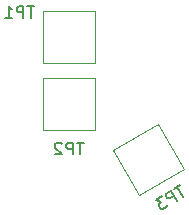
<source format=gbr>
G04 #@! TF.GenerationSoftware,KiCad,Pcbnew,(5.1.10)-1*
G04 #@! TF.CreationDate,2021-05-30T11:34:14-07:00*
G04 #@! TF.ProjectId,snowstake,736e6f77-7374-4616-9b65-2e6b69636164,0.1*
G04 #@! TF.SameCoordinates,Original*
G04 #@! TF.FileFunction,Legend,Bot*
G04 #@! TF.FilePolarity,Positive*
%FSLAX46Y46*%
G04 Gerber Fmt 4.6, Leading zero omitted, Abs format (unit mm)*
G04 Created by KiCad (PCBNEW (5.1.10)-1) date 2021-05-30 11:34:14*
%MOMM*%
%LPD*%
G01*
G04 APERTURE LIST*
%ADD10C,0.120000*%
%ADD11C,0.150000*%
%ADD12C,2.202000*%
%ADD13C,2.002000*%
G04 APERTURE END LIST*
D10*
X220682744Y-131275256D02*
X224493256Y-129075256D01*
X224493256Y-129075256D02*
X222293256Y-125264744D01*
X222293256Y-125264744D02*
X218482744Y-127464744D01*
X218482744Y-127464744D02*
X220682744Y-131275256D01*
X212557000Y-125771000D02*
X216957000Y-125771000D01*
X216957000Y-125771000D02*
X216957000Y-121371000D01*
X216957000Y-121371000D02*
X212557000Y-121371000D01*
X212557000Y-121371000D02*
X212557000Y-125771000D01*
X212557000Y-120056000D02*
X216957000Y-120056000D01*
X216957000Y-120056000D02*
X216957000Y-115656000D01*
X216957000Y-115656000D02*
X212557000Y-115656000D01*
X212557000Y-115656000D02*
X212557000Y-120056000D01*
D11*
X224212032Y-130464352D02*
X223717160Y-130750066D01*
X224464596Y-131473235D02*
X223964596Y-130607209D01*
X223928485Y-131782758D02*
X223428485Y-130916733D01*
X223098570Y-131107209D01*
X223039901Y-131196068D01*
X223022471Y-131261116D01*
X223028851Y-131367405D01*
X223100280Y-131491122D01*
X223189138Y-131549792D01*
X223254187Y-131567221D01*
X223360475Y-131560842D01*
X223690390Y-131370365D01*
X222644938Y-131369114D02*
X222108827Y-131678638D01*
X222587978Y-131841886D01*
X222464260Y-131913314D01*
X222405591Y-132002173D01*
X222388162Y-132067221D01*
X222394541Y-132173509D01*
X222513589Y-132379706D01*
X222602447Y-132438375D01*
X222667496Y-132455805D01*
X222773784Y-132449425D01*
X223021220Y-132306568D01*
X223079889Y-132217710D01*
X223097319Y-132152661D01*
X216018904Y-126833380D02*
X215447476Y-126833380D01*
X215733190Y-127833380D02*
X215733190Y-126833380D01*
X215114142Y-127833380D02*
X215114142Y-126833380D01*
X214733190Y-126833380D01*
X214637952Y-126881000D01*
X214590333Y-126928619D01*
X214542714Y-127023857D01*
X214542714Y-127166714D01*
X214590333Y-127261952D01*
X214637952Y-127309571D01*
X214733190Y-127357190D01*
X215114142Y-127357190D01*
X214161761Y-126928619D02*
X214114142Y-126881000D01*
X214018904Y-126833380D01*
X213780809Y-126833380D01*
X213685571Y-126881000D01*
X213637952Y-126928619D01*
X213590333Y-127023857D01*
X213590333Y-127119095D01*
X213637952Y-127261952D01*
X214209380Y-127833380D01*
X213590333Y-127833380D01*
X211827904Y-115276380D02*
X211256476Y-115276380D01*
X211542190Y-116276380D02*
X211542190Y-115276380D01*
X210923142Y-116276380D02*
X210923142Y-115276380D01*
X210542190Y-115276380D01*
X210446952Y-115324000D01*
X210399333Y-115371619D01*
X210351714Y-115466857D01*
X210351714Y-115609714D01*
X210399333Y-115704952D01*
X210446952Y-115752571D01*
X210542190Y-115800190D01*
X210923142Y-115800190D01*
X209399333Y-116276380D02*
X209970761Y-116276380D01*
X209685047Y-116276380D02*
X209685047Y-115276380D01*
X209780285Y-115419238D01*
X209875523Y-115514476D01*
X209970761Y-115562095D01*
%LPC*%
D12*
X227584000Y-124968000D03*
X178816000Y-124968000D03*
G36*
G01*
X220711782Y-131027551D02*
X218711782Y-127563449D01*
G75*
G02*
X218730449Y-127493782I44167J25500D01*
G01*
X222194551Y-125493782D01*
G75*
G02*
X222264218Y-125512449I25500J-44167D01*
G01*
X224264218Y-128976551D01*
G75*
G02*
X224245551Y-129046218I-44167J-25500D01*
G01*
X220781449Y-131046218D01*
G75*
G02*
X220711782Y-131027551I-25500J44167D01*
G01*
G37*
G36*
G01*
X212706000Y-125571000D02*
X212706000Y-121571000D01*
G75*
G02*
X212757000Y-121520000I51000J0D01*
G01*
X216757000Y-121520000D01*
G75*
G02*
X216808000Y-121571000I0J-51000D01*
G01*
X216808000Y-125571000D01*
G75*
G02*
X216757000Y-125622000I-51000J0D01*
G01*
X212757000Y-125622000D01*
G75*
G02*
X212706000Y-125571000I0J51000D01*
G01*
G37*
G36*
G01*
X212706000Y-119856000D02*
X212706000Y-115856000D01*
G75*
G02*
X212757000Y-115805000I51000J0D01*
G01*
X216757000Y-115805000D01*
G75*
G02*
X216808000Y-115856000I0J-51000D01*
G01*
X216808000Y-119856000D01*
G75*
G02*
X216757000Y-119907000I-51000J0D01*
G01*
X212757000Y-119907000D01*
G75*
G02*
X212706000Y-119856000I0J51000D01*
G01*
G37*
D13*
X194307460Y-137910280D03*
X194307460Y-140450280D03*
X194307460Y-142990280D03*
X194307460Y-145530280D03*
X194307460Y-148070280D03*
X194307460Y-150610280D03*
X194307460Y-153150280D03*
X194307460Y-155690280D03*
X194307460Y-158230280D03*
X194307460Y-160770280D03*
X194307460Y-163310280D03*
X194307460Y-165850280D03*
X212087460Y-137910280D03*
X212087460Y-140450280D03*
X212087460Y-142990280D03*
X212087460Y-145530280D03*
X212087460Y-148070280D03*
X212087460Y-150610280D03*
X212087460Y-153150280D03*
X212087460Y-155690280D03*
X212087460Y-158230280D03*
X212087460Y-160770280D03*
X212087460Y-163310280D03*
G36*
G01*
X213088460Y-164900280D02*
X213088460Y-166800280D01*
G75*
G02*
X213037460Y-166851280I-51000J0D01*
G01*
X211137460Y-166851280D01*
G75*
G02*
X211086460Y-166800280I0J51000D01*
G01*
X211086460Y-164900280D01*
G75*
G02*
X211137460Y-164849280I51000J0D01*
G01*
X213037460Y-164849280D01*
G75*
G02*
X213088460Y-164900280I0J-51000D01*
G01*
G37*
M02*

</source>
